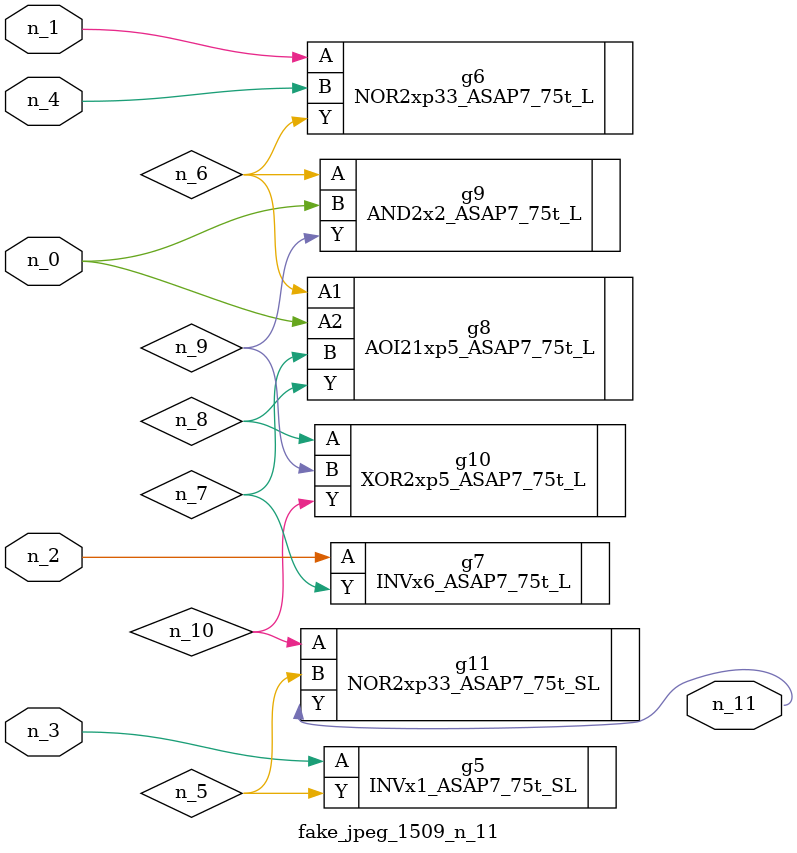
<source format=v>
module fake_jpeg_1509_n_11 (n_3, n_2, n_1, n_0, n_4, n_11);

input n_3;
input n_2;
input n_1;
input n_0;
input n_4;

output n_11;

wire n_10;
wire n_8;
wire n_9;
wire n_6;
wire n_5;
wire n_7;

INVx1_ASAP7_75t_SL g5 ( 
.A(n_3),
.Y(n_5)
);

NOR2xp33_ASAP7_75t_L g6 ( 
.A(n_1),
.B(n_4),
.Y(n_6)
);

INVx6_ASAP7_75t_L g7 ( 
.A(n_2),
.Y(n_7)
);

AOI21xp5_ASAP7_75t_L g8 ( 
.A1(n_6),
.A2(n_0),
.B(n_7),
.Y(n_8)
);

XOR2xp5_ASAP7_75t_L g10 ( 
.A(n_8),
.B(n_9),
.Y(n_10)
);

AND2x2_ASAP7_75t_L g9 ( 
.A(n_6),
.B(n_0),
.Y(n_9)
);

NOR2xp33_ASAP7_75t_SL g11 ( 
.A(n_10),
.B(n_5),
.Y(n_11)
);


endmodule
</source>
